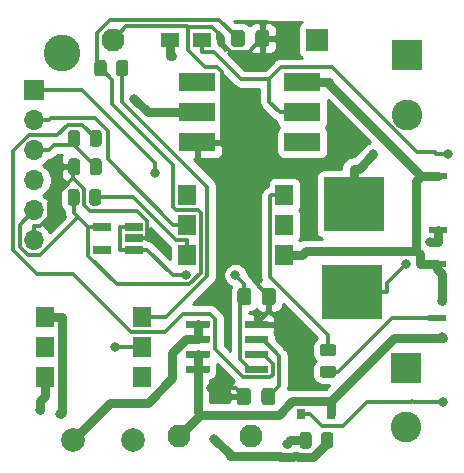
<source format=gbl>
G04 #@! TF.GenerationSoftware,KiCad,Pcbnew,5.1.7-a382d34a8~88~ubuntu18.04.1*
G04 #@! TF.CreationDate,2021-11-20T10:26:25+05:30*
G04 #@! TF.ProjectId,BackEnd_switch_Normal_v1,4261636b-456e-4645-9f73-77697463685f,rev?*
G04 #@! TF.SameCoordinates,Original*
G04 #@! TF.FileFunction,Copper,L2,Bot*
G04 #@! TF.FilePolarity,Positive*
%FSLAX46Y46*%
G04 Gerber Fmt 4.6, Leading zero omitted, Abs format (unit mm)*
G04 Created by KiCad (PCBNEW 5.1.7-a382d34a8~88~ubuntu18.04.1) date 2021-11-20 10:26:25*
%MOMM*%
%LPD*%
G01*
G04 APERTURE LIST*
G04 #@! TA.AperFunction,ComponentPad*
%ADD10C,3.100000*%
G04 #@! TD*
G04 #@! TA.AperFunction,ComponentPad*
%ADD11O,1.700000X1.700000*%
G04 #@! TD*
G04 #@! TA.AperFunction,ComponentPad*
%ADD12R,1.700000X1.700000*%
G04 #@! TD*
G04 #@! TA.AperFunction,ComponentPad*
%ADD13R,1.950000X1.950000*%
G04 #@! TD*
G04 #@! TA.AperFunction,ComponentPad*
%ADD14C,1.950000*%
G04 #@! TD*
G04 #@! TA.AperFunction,SMDPad,CuDef*
%ADD15R,1.520000X1.780000*%
G04 #@! TD*
G04 #@! TA.AperFunction,SMDPad,CuDef*
%ADD16R,1.500000X0.600000*%
G04 #@! TD*
G04 #@! TA.AperFunction,SMDPad,CuDef*
%ADD17R,5.100000X4.600000*%
G04 #@! TD*
G04 #@! TA.AperFunction,ComponentPad*
%ADD18R,2.600000X2.600000*%
G04 #@! TD*
G04 #@! TA.AperFunction,ComponentPad*
%ADD19C,2.600000*%
G04 #@! TD*
G04 #@! TA.AperFunction,ComponentPad*
%ADD20C,2.000000*%
G04 #@! TD*
G04 #@! TA.AperFunction,SMDPad,CuDef*
%ADD21R,0.800000X0.900000*%
G04 #@! TD*
G04 #@! TA.AperFunction,SMDPad,CuDef*
%ADD22R,1.500000X1.300000*%
G04 #@! TD*
G04 #@! TA.AperFunction,SMDPad,CuDef*
%ADD23R,3.100000X1.600000*%
G04 #@! TD*
G04 #@! TA.AperFunction,SMDPad,CuDef*
%ADD24R,1.560000X0.650000*%
G04 #@! TD*
G04 #@! TA.AperFunction,ViaPad*
%ADD25C,0.800000*%
G04 #@! TD*
G04 #@! TA.AperFunction,Conductor*
%ADD26C,0.350000*%
G04 #@! TD*
G04 #@! TA.AperFunction,Conductor*
%ADD27C,0.800000*%
G04 #@! TD*
G04 #@! TA.AperFunction,Conductor*
%ADD28C,0.254000*%
G04 #@! TD*
G04 #@! TA.AperFunction,Conductor*
%ADD29C,0.100000*%
G04 #@! TD*
G04 APERTURE END LIST*
D10*
X117409000Y-100808000D03*
G04 #@! TA.AperFunction,SMDPad,CuDef*
G36*
G01*
X132846000Y-127829000D02*
X132846000Y-127313000D01*
G75*
G02*
X132888000Y-127271000I42000J0D01*
G01*
X134774000Y-127271000D01*
G75*
G02*
X134816000Y-127313000I0J-42000D01*
G01*
X134816000Y-127829000D01*
G75*
G02*
X134774000Y-127871000I-42000J0D01*
G01*
X132888000Y-127871000D01*
G75*
G02*
X132846000Y-127829000I0J42000D01*
G01*
G37*
G04 #@! TD.AperFunction*
G04 #@! TA.AperFunction,SMDPad,CuDef*
G36*
G01*
X132846000Y-126559000D02*
X132846000Y-126043000D01*
G75*
G02*
X132888000Y-126001000I42000J0D01*
G01*
X134774000Y-126001000D01*
G75*
G02*
X134816000Y-126043000I0J-42000D01*
G01*
X134816000Y-126559000D01*
G75*
G02*
X134774000Y-126601000I-42000J0D01*
G01*
X132888000Y-126601000D01*
G75*
G02*
X132846000Y-126559000I0J42000D01*
G01*
G37*
G04 #@! TD.AperFunction*
G04 #@! TA.AperFunction,SMDPad,CuDef*
G36*
G01*
X132846000Y-125289000D02*
X132846000Y-124773000D01*
G75*
G02*
X132888000Y-124731000I42000J0D01*
G01*
X134774000Y-124731000D01*
G75*
G02*
X134816000Y-124773000I0J-42000D01*
G01*
X134816000Y-125289000D01*
G75*
G02*
X134774000Y-125331000I-42000J0D01*
G01*
X132888000Y-125331000D01*
G75*
G02*
X132846000Y-125289000I0J42000D01*
G01*
G37*
G04 #@! TD.AperFunction*
G04 #@! TA.AperFunction,SMDPad,CuDef*
G36*
G01*
X132846000Y-124019000D02*
X132846000Y-123503000D01*
G75*
G02*
X132888000Y-123461000I42000J0D01*
G01*
X134774000Y-123461000D01*
G75*
G02*
X134816000Y-123503000I0J-42000D01*
G01*
X134816000Y-124019000D01*
G75*
G02*
X134774000Y-124061000I-42000J0D01*
G01*
X132888000Y-124061000D01*
G75*
G02*
X132846000Y-124019000I0J42000D01*
G01*
G37*
G04 #@! TD.AperFunction*
G04 #@! TA.AperFunction,SMDPad,CuDef*
G36*
G01*
X127896000Y-124019000D02*
X127896000Y-123503000D01*
G75*
G02*
X127938000Y-123461000I42000J0D01*
G01*
X129824000Y-123461000D01*
G75*
G02*
X129866000Y-123503000I0J-42000D01*
G01*
X129866000Y-124019000D01*
G75*
G02*
X129824000Y-124061000I-42000J0D01*
G01*
X127938000Y-124061000D01*
G75*
G02*
X127896000Y-124019000I0J42000D01*
G01*
G37*
G04 #@! TD.AperFunction*
G04 #@! TA.AperFunction,SMDPad,CuDef*
G36*
G01*
X127896000Y-125289000D02*
X127896000Y-124773000D01*
G75*
G02*
X127938000Y-124731000I42000J0D01*
G01*
X129824000Y-124731000D01*
G75*
G02*
X129866000Y-124773000I0J-42000D01*
G01*
X129866000Y-125289000D01*
G75*
G02*
X129824000Y-125331000I-42000J0D01*
G01*
X127938000Y-125331000D01*
G75*
G02*
X127896000Y-125289000I0J42000D01*
G01*
G37*
G04 #@! TD.AperFunction*
G04 #@! TA.AperFunction,SMDPad,CuDef*
G36*
G01*
X127896000Y-126559000D02*
X127896000Y-126043000D01*
G75*
G02*
X127938000Y-126001000I42000J0D01*
G01*
X129824000Y-126001000D01*
G75*
G02*
X129866000Y-126043000I0J-42000D01*
G01*
X129866000Y-126559000D01*
G75*
G02*
X129824000Y-126601000I-42000J0D01*
G01*
X127938000Y-126601000D01*
G75*
G02*
X127896000Y-126559000I0J42000D01*
G01*
G37*
G04 #@! TD.AperFunction*
G04 #@! TA.AperFunction,SMDPad,CuDef*
G36*
G01*
X127896000Y-127829000D02*
X127896000Y-127313000D01*
G75*
G02*
X127938000Y-127271000I42000J0D01*
G01*
X129824000Y-127271000D01*
G75*
G02*
X129866000Y-127313000I0J-42000D01*
G01*
X129866000Y-127829000D01*
G75*
G02*
X129824000Y-127871000I-42000J0D01*
G01*
X127938000Y-127871000D01*
G75*
G02*
X127896000Y-127829000I0J42000D01*
G01*
G37*
G04 #@! TD.AperFunction*
G04 #@! TA.AperFunction,SMDPad,CuDef*
G36*
G01*
X132854000Y-99080300D02*
X132854000Y-100030300D01*
G75*
G02*
X132604000Y-100280300I-250000J0D01*
G01*
X131929000Y-100280300D01*
G75*
G02*
X131679000Y-100030300I0J250000D01*
G01*
X131679000Y-99080300D01*
G75*
G02*
X131929000Y-98830300I250000J0D01*
G01*
X132604000Y-98830300D01*
G75*
G02*
X132854000Y-99080300I0J-250000D01*
G01*
G37*
G04 #@! TD.AperFunction*
G04 #@! TA.AperFunction,SMDPad,CuDef*
G36*
G01*
X134929000Y-99080300D02*
X134929000Y-100030300D01*
G75*
G02*
X134679000Y-100280300I-250000J0D01*
G01*
X134004000Y-100280300D01*
G75*
G02*
X133754000Y-100030300I0J250000D01*
G01*
X133754000Y-99080300D01*
G75*
G02*
X134004000Y-98830300I250000J0D01*
G01*
X134679000Y-98830300D01*
G75*
G02*
X134929000Y-99080300I0J-250000D01*
G01*
G37*
G04 #@! TD.AperFunction*
G04 #@! TA.AperFunction,SMDPad,CuDef*
G36*
G01*
X134260000Y-130358000D02*
X134260000Y-129408000D01*
G75*
G02*
X134510000Y-129158000I250000J0D01*
G01*
X135185000Y-129158000D01*
G75*
G02*
X135435000Y-129408000I0J-250000D01*
G01*
X135435000Y-130358000D01*
G75*
G02*
X135185000Y-130608000I-250000J0D01*
G01*
X134510000Y-130608000D01*
G75*
G02*
X134260000Y-130358000I0J250000D01*
G01*
G37*
G04 #@! TD.AperFunction*
G04 #@! TA.AperFunction,SMDPad,CuDef*
G36*
G01*
X132185000Y-130358000D02*
X132185000Y-129408000D01*
G75*
G02*
X132435000Y-129158000I250000J0D01*
G01*
X133110000Y-129158000D01*
G75*
G02*
X133360000Y-129408000I0J-250000D01*
G01*
X133360000Y-130358000D01*
G75*
G02*
X133110000Y-130608000I-250000J0D01*
G01*
X132435000Y-130608000D01*
G75*
G02*
X132185000Y-130358000I0J250000D01*
G01*
G37*
G04 #@! TD.AperFunction*
G04 #@! TA.AperFunction,SMDPad,CuDef*
G36*
G01*
X134300000Y-121884000D02*
X134300000Y-120934000D01*
G75*
G02*
X134550000Y-120684000I250000J0D01*
G01*
X135225000Y-120684000D01*
G75*
G02*
X135475000Y-120934000I0J-250000D01*
G01*
X135475000Y-121884000D01*
G75*
G02*
X135225000Y-122134000I-250000J0D01*
G01*
X134550000Y-122134000D01*
G75*
G02*
X134300000Y-121884000I0J250000D01*
G01*
G37*
G04 #@! TD.AperFunction*
G04 #@! TA.AperFunction,SMDPad,CuDef*
G36*
G01*
X132225000Y-121884000D02*
X132225000Y-120934000D01*
G75*
G02*
X132475000Y-120684000I250000J0D01*
G01*
X133150000Y-120684000D01*
G75*
G02*
X133400000Y-120934000I0J-250000D01*
G01*
X133400000Y-121884000D01*
G75*
G02*
X133150000Y-122134000I-250000J0D01*
G01*
X132475000Y-122134000D01*
G75*
G02*
X132225000Y-121884000I0J250000D01*
G01*
G37*
G04 #@! TD.AperFunction*
D11*
X115024000Y-116642000D03*
X115024000Y-114102000D03*
X115024000Y-111562000D03*
X115024000Y-109022000D03*
X115024000Y-106482000D03*
D12*
X115024000Y-103942000D03*
D13*
X138971000Y-99667000D03*
D14*
X127287000Y-133195000D03*
X121699000Y-99667000D03*
X133383000Y-133195000D03*
D15*
X124168000Y-128260000D03*
X124168000Y-123180000D03*
X124168000Y-125720000D03*
X115918000Y-128260000D03*
X115918000Y-123180000D03*
X115918000Y-125720000D03*
X127952000Y-112812000D03*
X127952000Y-117892000D03*
X127952000Y-115352000D03*
X136202000Y-112812000D03*
X136202000Y-117892000D03*
X136202000Y-115352000D03*
G04 #@! TA.AperFunction,SMDPad,CuDef*
G36*
G01*
X139313000Y-134031001D02*
X139313000Y-133130999D01*
G75*
G02*
X139562999Y-132881000I249999J0D01*
G01*
X140088001Y-132881000D01*
G75*
G02*
X140338000Y-133130999I0J-249999D01*
G01*
X140338000Y-134031001D01*
G75*
G02*
X140088001Y-134281000I-249999J0D01*
G01*
X139562999Y-134281000D01*
G75*
G02*
X139313000Y-134031001I0J249999D01*
G01*
G37*
G04 #@! TD.AperFunction*
G04 #@! TA.AperFunction,SMDPad,CuDef*
G36*
G01*
X137488000Y-134031001D02*
X137488000Y-133130999D01*
G75*
G02*
X137737999Y-132881000I249999J0D01*
G01*
X138263001Y-132881000D01*
G75*
G02*
X138513000Y-133130999I0J-249999D01*
G01*
X138513000Y-134031001D01*
G75*
G02*
X138263001Y-134281000I-249999J0D01*
G01*
X137737999Y-134281000D01*
G75*
G02*
X137488000Y-134031001I0J249999D01*
G01*
G37*
G04 #@! TD.AperFunction*
G04 #@! TA.AperFunction,SMDPad,CuDef*
G36*
G01*
X118876000Y-112559999D02*
X118876000Y-113460001D01*
G75*
G02*
X118626001Y-113710000I-249999J0D01*
G01*
X118100999Y-113710000D01*
G75*
G02*
X117851000Y-113460001I0J249999D01*
G01*
X117851000Y-112559999D01*
G75*
G02*
X118100999Y-112310000I249999J0D01*
G01*
X118626001Y-112310000D01*
G75*
G02*
X118876000Y-112559999I0J-249999D01*
G01*
G37*
G04 #@! TD.AperFunction*
G04 #@! TA.AperFunction,SMDPad,CuDef*
G36*
G01*
X120701000Y-112559999D02*
X120701000Y-113460001D01*
G75*
G02*
X120451001Y-113710000I-249999J0D01*
G01*
X119925999Y-113710000D01*
G75*
G02*
X119676000Y-113460001I0J249999D01*
G01*
X119676000Y-112559999D01*
G75*
G02*
X119925999Y-112310000I249999J0D01*
G01*
X120451001Y-112310000D01*
G75*
G02*
X120701000Y-112559999I0J-249999D01*
G01*
G37*
G04 #@! TD.AperFunction*
G04 #@! TA.AperFunction,SMDPad,CuDef*
G36*
G01*
X140343001Y-126457000D02*
X139442999Y-126457000D01*
G75*
G02*
X139193000Y-126207001I0J249999D01*
G01*
X139193000Y-125681999D01*
G75*
G02*
X139442999Y-125432000I249999J0D01*
G01*
X140343001Y-125432000D01*
G75*
G02*
X140593000Y-125681999I0J-249999D01*
G01*
X140593000Y-126207001D01*
G75*
G02*
X140343001Y-126457000I-249999J0D01*
G01*
G37*
G04 #@! TD.AperFunction*
G04 #@! TA.AperFunction,SMDPad,CuDef*
G36*
G01*
X140343001Y-128282000D02*
X139442999Y-128282000D01*
G75*
G02*
X139193000Y-128032001I0J249999D01*
G01*
X139193000Y-127506999D01*
G75*
G02*
X139442999Y-127257000I249999J0D01*
G01*
X140343001Y-127257000D01*
G75*
G02*
X140593000Y-127506999I0J-249999D01*
G01*
X140593000Y-128032001D01*
G75*
G02*
X140343001Y-128282000I-249999J0D01*
G01*
G37*
G04 #@! TD.AperFunction*
G04 #@! TA.AperFunction,SMDPad,CuDef*
G36*
G01*
X121154000Y-101629999D02*
X121154000Y-102530001D01*
G75*
G02*
X120904001Y-102780000I-249999J0D01*
G01*
X120378999Y-102780000D01*
G75*
G02*
X120129000Y-102530001I0J249999D01*
G01*
X120129000Y-101629999D01*
G75*
G02*
X120378999Y-101380000I249999J0D01*
G01*
X120904001Y-101380000D01*
G75*
G02*
X121154000Y-101629999I0J-249999D01*
G01*
G37*
G04 #@! TD.AperFunction*
G04 #@! TA.AperFunction,SMDPad,CuDef*
G36*
G01*
X122979000Y-101629999D02*
X122979000Y-102530001D01*
G75*
G02*
X122729001Y-102780000I-249999J0D01*
G01*
X122203999Y-102780000D01*
G75*
G02*
X121954000Y-102530001I0J249999D01*
G01*
X121954000Y-101629999D01*
G75*
G02*
X122203999Y-101380000I249999J0D01*
G01*
X122729001Y-101380000D01*
G75*
G02*
X122979000Y-101629999I0J-249999D01*
G01*
G37*
G04 #@! TD.AperFunction*
D16*
X149120000Y-123255000D03*
X149120000Y-118685000D03*
D17*
X141960000Y-121035000D03*
D16*
X149219000Y-115798000D03*
X149219000Y-111228000D03*
D17*
X142059000Y-113578000D03*
G04 #@! TA.AperFunction,SMDPad,CuDef*
G36*
G01*
X119725000Y-110874001D02*
X119725000Y-109973999D01*
G75*
G02*
X119974999Y-109724000I249999J0D01*
G01*
X120500001Y-109724000D01*
G75*
G02*
X120750000Y-109973999I0J-249999D01*
G01*
X120750000Y-110874001D01*
G75*
G02*
X120500001Y-111124000I-249999J0D01*
G01*
X119974999Y-111124000D01*
G75*
G02*
X119725000Y-110874001I0J249999D01*
G01*
G37*
G04 #@! TD.AperFunction*
G04 #@! TA.AperFunction,SMDPad,CuDef*
G36*
G01*
X117900000Y-110874001D02*
X117900000Y-109973999D01*
G75*
G02*
X118149999Y-109724000I249999J0D01*
G01*
X118675001Y-109724000D01*
G75*
G02*
X118925000Y-109973999I0J-249999D01*
G01*
X118925000Y-110874001D01*
G75*
G02*
X118675001Y-111124000I-249999J0D01*
G01*
X118149999Y-111124000D01*
G75*
G02*
X117900000Y-110874001I0J249999D01*
G01*
G37*
G04 #@! TD.AperFunction*
D18*
X146583000Y-100922000D03*
D19*
X146583000Y-106002000D03*
D18*
X146497000Y-127460000D03*
D19*
X146497000Y-132460000D03*
G04 #@! TA.AperFunction,SMDPad,CuDef*
G36*
G01*
X119711000Y-108474001D02*
X119711000Y-107573999D01*
G75*
G02*
X119960999Y-107324000I249999J0D01*
G01*
X120486001Y-107324000D01*
G75*
G02*
X120736000Y-107573999I0J-249999D01*
G01*
X120736000Y-108474001D01*
G75*
G02*
X120486001Y-108724000I-249999J0D01*
G01*
X119960999Y-108724000D01*
G75*
G02*
X119711000Y-108474001I0J249999D01*
G01*
G37*
G04 #@! TD.AperFunction*
G04 #@! TA.AperFunction,SMDPad,CuDef*
G36*
G01*
X117886000Y-108474001D02*
X117886000Y-107573999D01*
G75*
G02*
X118135999Y-107324000I249999J0D01*
G01*
X118661001Y-107324000D01*
G75*
G02*
X118911000Y-107573999I0J-249999D01*
G01*
X118911000Y-108474001D01*
G75*
G02*
X118661001Y-108724000I-249999J0D01*
G01*
X118135999Y-108724000D01*
G75*
G02*
X117886000Y-108474001I0J249999D01*
G01*
G37*
G04 #@! TD.AperFunction*
D20*
X118316000Y-133530000D03*
X123396000Y-133520000D03*
D21*
X140178000Y-131392000D03*
X137638000Y-131392000D03*
D22*
X129196000Y-99669600D03*
X126496000Y-99669600D03*
D23*
X137724000Y-103287000D03*
X128834000Y-108367000D03*
X137724000Y-105827000D03*
X128834000Y-105827000D03*
X137724000Y-108367000D03*
X128834000Y-103287000D03*
D24*
X120738000Y-115534000D03*
X120738000Y-117434000D03*
X123438000Y-117434000D03*
X123438000Y-116484000D03*
X123438000Y-115534000D03*
D25*
X149560280Y-121754900D03*
X150091140Y-109352080D03*
X121899680Y-125658880D03*
X125229620Y-110987840D03*
X127862100Y-119591700D03*
X132059600Y-119591700D03*
X130022400Y-129195800D03*
X149659340Y-130350260D03*
X126693500Y-101019900D03*
X123486900Y-104649400D03*
X143717200Y-109357000D03*
X148497400Y-116798300D03*
X136403080Y-133898450D03*
X115511200Y-131041520D03*
X130228340Y-133431280D03*
X149567900Y-124863860D03*
X117243170Y-131375730D03*
X146494600Y-118638900D03*
D26*
X124593300Y-117434000D02*
X126751000Y-119591700D01*
X126751000Y-119591700D02*
X127862100Y-119591700D01*
X123438000Y-117434000D02*
X124593300Y-117434000D01*
X132059600Y-119591700D02*
X132812500Y-120344600D01*
X132812500Y-120344600D02*
X132812500Y-121409000D01*
X133831000Y-127571000D02*
X133277100Y-127571000D01*
X133277100Y-127571000D02*
X132426600Y-126720500D01*
X132426600Y-126720500D02*
X132426600Y-121794900D01*
X132426600Y-121794900D02*
X132812500Y-121409000D01*
X123438000Y-117434000D02*
X122282700Y-117434000D01*
X123438000Y-115534000D02*
X122282700Y-115534000D01*
X122282700Y-115534000D02*
X122282700Y-117434000D01*
X130895700Y-108367000D02*
X128834000Y-108367000D01*
X134887500Y-121409000D02*
X133776400Y-120297900D01*
X133776400Y-120297900D02*
X133776400Y-111247700D01*
X133776400Y-111247700D02*
X130895700Y-108367000D01*
X128046100Y-98610500D02*
X128046100Y-100516900D01*
X128046100Y-100516900D02*
X129497100Y-101967900D01*
X129497100Y-101967900D02*
X130484200Y-101967900D01*
X130484200Y-101967900D02*
X130895700Y-102379400D01*
X130895700Y-102379400D02*
X130895700Y-108367000D01*
X121699000Y-99667000D02*
X122825600Y-98540400D01*
X122825600Y-98540400D02*
X127976000Y-98540400D01*
X127976000Y-98540400D02*
X128046100Y-98610500D01*
X134341500Y-99555300D02*
X133189600Y-100707200D01*
X133189600Y-100707200D02*
X131691700Y-100707200D01*
X131691700Y-100707200D02*
X130587200Y-99602700D01*
X130587200Y-99602700D02*
X130587200Y-99101100D01*
X130587200Y-99101100D02*
X130096600Y-98610500D01*
X130096600Y-98610500D02*
X128046100Y-98610500D01*
X132772500Y-129883000D02*
X132085300Y-129195800D01*
X132085300Y-129195800D02*
X130022400Y-129195800D01*
X118345000Y-111394400D02*
X119276000Y-112325500D01*
X119276000Y-112325500D02*
X119276000Y-113700200D01*
X119276000Y-113700200D02*
X119710200Y-114134400D01*
X119710200Y-114134400D02*
X123719800Y-114134400D01*
X123719800Y-114134400D02*
X124593300Y-115007900D01*
X124593300Y-115007900D02*
X124593300Y-116484000D01*
X118412500Y-110424000D02*
X118344900Y-110491600D01*
X118344900Y-110491600D02*
X118344900Y-111394400D01*
X118344900Y-111394400D02*
X118345000Y-111394400D01*
X118345000Y-111394400D02*
X116249300Y-113490100D01*
X116249300Y-113490100D02*
X116249300Y-114651000D01*
X116249300Y-114651000D02*
X115483600Y-115416700D01*
X115483600Y-115416700D02*
X115024000Y-115416700D01*
X123438000Y-116484000D02*
X124593300Y-116484000D01*
X115024000Y-116642000D02*
X115024000Y-115416700D01*
X134887500Y-121409000D02*
X134887500Y-122704500D01*
X134887500Y-122704500D02*
X133831000Y-123761000D01*
X120641500Y-102080000D02*
X120341500Y-101780000D01*
X120341500Y-101780000D02*
X120341500Y-99087100D01*
X120341500Y-99087100D02*
X121443800Y-97984800D01*
X121443800Y-97984800D02*
X130696000Y-97984800D01*
X130696000Y-97984800D02*
X132266500Y-99555300D01*
X118730000Y-114681300D02*
X119582700Y-115534000D01*
X118730000Y-114681300D02*
X118363500Y-114314800D01*
X118363500Y-114314800D02*
X118363500Y-113010000D01*
X115024000Y-114102000D02*
X113796700Y-115329300D01*
X113796700Y-115329300D02*
X113796700Y-117214700D01*
X113796700Y-117214700D02*
X114470600Y-117888600D01*
X114470600Y-117888600D02*
X115522700Y-117888600D01*
X115522700Y-117888600D02*
X118730000Y-114681300D01*
X120738000Y-115534000D02*
X119582700Y-115534000D01*
X121645680Y-105115360D02*
X121645680Y-103084180D01*
X126816700Y-110286380D02*
X121645680Y-105115360D01*
X127040400Y-114082000D02*
X126816700Y-113858300D01*
X119582700Y-117960700D02*
X122008500Y-120386500D01*
X119582700Y-115534000D02*
X119582700Y-117960700D01*
X128862800Y-114082000D02*
X127040400Y-114082000D01*
X122008500Y-120386500D02*
X128163800Y-120386500D01*
X126816700Y-113858300D02*
X126816700Y-110286380D01*
X128163800Y-120386500D02*
X129108700Y-119441600D01*
X129108700Y-119441600D02*
X129108700Y-114327900D01*
X121645680Y-103084180D02*
X120641500Y-102080000D01*
X129108700Y-114327900D02*
X128862800Y-114082000D01*
X137724000Y-105827000D02*
X135798700Y-105827000D01*
X137638000Y-131392000D02*
X138413300Y-131392000D01*
X134893700Y-103032700D02*
X134893700Y-104922000D01*
X134893700Y-104922000D02*
X135798700Y-105827000D01*
X138413300Y-131392000D02*
X139362700Y-132341400D01*
X139362700Y-132341400D02*
X141205800Y-132341400D01*
X141205800Y-132341400D02*
X143208600Y-130338600D01*
X143208600Y-130338600D02*
X146904100Y-130338600D01*
X148926800Y-109209600D02*
X147421400Y-109209600D01*
X147421400Y-109209600D02*
X140205600Y-101993800D01*
X140205600Y-101993800D02*
X135932600Y-101993800D01*
X135932600Y-101993800D02*
X134893700Y-103032700D01*
X134893700Y-103032700D02*
X132559100Y-103032700D01*
X132559100Y-103032700D02*
X130221300Y-100694900D01*
X130221300Y-100694900D02*
X129196000Y-100694900D01*
X129196000Y-99669600D02*
X129196000Y-100694900D01*
X149069280Y-109352080D02*
X148926800Y-109209600D01*
X150091140Y-109352080D02*
X149069280Y-109352080D01*
X149659340Y-130350260D02*
X147165060Y-130350260D01*
X146904100Y-130338600D02*
X147028750Y-130213950D01*
X147165060Y-130350260D02*
X147028750Y-130213950D01*
D27*
X126496000Y-101019900D02*
X126693500Y-101019900D01*
X126496000Y-99669600D02*
X126496000Y-101019900D01*
X118316000Y-133530000D02*
X121424500Y-130421500D01*
X121424500Y-130421500D02*
X124654700Y-130421500D01*
X124654700Y-130421500D02*
X126730500Y-128345700D01*
X126730500Y-128345700D02*
X126730500Y-126191000D01*
X126730500Y-126191000D02*
X127890500Y-125031000D01*
X127890500Y-125031000D02*
X128881000Y-125031000D01*
X128881000Y-125031000D02*
X128881000Y-123761000D01*
X128834000Y-105827000D02*
X124664500Y-105827000D01*
X124664500Y-105827000D02*
X123486900Y-104649400D01*
D26*
X115024000Y-103942000D02*
X119077860Y-103942000D01*
X125229620Y-110093760D02*
X125229620Y-110987840D01*
X119077860Y-103942000D02*
X125229620Y-110093760D01*
X124106880Y-125658880D02*
X124168000Y-125720000D01*
X121899680Y-125658880D02*
X124106880Y-125658880D01*
D27*
X142059000Y-113578000D02*
X142059000Y-110577700D01*
X143717200Y-109357000D02*
X142496500Y-110577700D01*
X142496500Y-110577700D02*
X142059000Y-110577700D01*
X149219000Y-116798300D02*
X148497400Y-116798300D01*
X149219000Y-115798000D02*
X149219000Y-116798300D01*
X136720530Y-133581000D02*
X136403080Y-133898450D01*
X138000500Y-133581000D02*
X136720530Y-133581000D01*
D26*
X122466500Y-102080000D02*
X122466500Y-104899200D01*
X122466500Y-104899200D02*
X129668100Y-112100800D01*
X129668100Y-112100800D02*
X129668100Y-119684900D01*
X129668100Y-119684900D02*
X126173000Y-123180000D01*
X126173000Y-123180000D02*
X124168000Y-123180000D01*
D27*
X115918000Y-128260000D02*
X115918000Y-129850300D01*
X115511200Y-130257100D02*
X115918000Y-129850300D01*
X115511200Y-131041520D02*
X115511200Y-130257100D01*
X135824288Y-134947660D02*
X131559300Y-134947660D01*
X135875079Y-134998451D02*
X135824288Y-134947660D01*
X136981872Y-134947660D02*
X136931081Y-134998451D01*
X136931081Y-134998451D02*
X135875079Y-134998451D01*
X137311140Y-134947660D02*
X136981872Y-134947660D01*
X137344490Y-134981010D02*
X137311140Y-134947660D01*
X138696740Y-134947660D02*
X138689860Y-134947660D01*
X139825500Y-133818900D02*
X138696740Y-134947660D01*
X139825500Y-133581000D02*
X139825500Y-133818900D01*
X138656510Y-134981010D02*
X137344490Y-134981010D01*
X138689860Y-134947660D02*
X138656510Y-134981010D01*
X131559300Y-134762240D02*
X130228340Y-133431280D01*
X131559300Y-134947660D02*
X131559300Y-134762240D01*
X128881000Y-127571000D02*
X128881000Y-126301000D01*
X129067500Y-131414500D02*
X128881000Y-131228000D01*
X128881000Y-131228000D02*
X128881000Y-127571000D01*
X147362200Y-117538600D02*
X147669700Y-117846100D01*
X147669700Y-117846100D02*
X147669700Y-118685000D01*
X147768700Y-111228000D02*
X147362200Y-111634500D01*
X147362200Y-111634500D02*
X147362200Y-117538600D01*
X147362200Y-117538600D02*
X138015700Y-117538600D01*
X138015700Y-117538600D02*
X137662300Y-117892000D01*
X136202000Y-117892000D02*
X137662300Y-117892000D01*
X139974300Y-103287000D02*
X139974300Y-103433600D01*
X139974300Y-103433600D02*
X147768700Y-111228000D01*
X149120000Y-118685000D02*
X147669700Y-118685000D01*
X140122600Y-130241800D02*
X140122400Y-130241600D01*
X140122400Y-130241600D02*
X136887300Y-130241600D01*
X136887300Y-130241600D02*
X135714400Y-131414500D01*
X135714400Y-131414500D02*
X129067500Y-131414500D01*
X129067500Y-131414500D02*
X127287000Y-133195000D01*
X140178000Y-131392000D02*
X140122600Y-131336600D01*
X140122600Y-131336600D02*
X140122600Y-130241800D01*
X137724000Y-103287000D02*
X139974300Y-103287000D01*
X149219000Y-111228000D02*
X147768700Y-111228000D01*
X149560280Y-119514620D02*
X149120000Y-119074340D01*
X149560280Y-121754900D02*
X149560280Y-119514620D01*
X149120000Y-118685000D02*
X149120000Y-119074340D01*
X145472800Y-124891600D02*
X149593600Y-124891600D01*
X140122600Y-130241800D02*
X145472800Y-124891600D01*
X117378300Y-123180000D02*
X117378300Y-131240600D01*
X117378300Y-131240600D02*
X117243170Y-131375730D01*
X115918000Y-123180000D02*
X117378300Y-123180000D01*
D26*
X118398500Y-108585000D02*
X120237500Y-110424000D01*
X118398500Y-108024000D02*
X118398500Y-108585000D01*
X118398500Y-108585000D02*
X116686300Y-108585000D01*
X116686300Y-108585000D02*
X116249300Y-109022000D01*
X115024000Y-109022000D02*
X116249300Y-109022000D01*
X120223500Y-108024000D02*
X119094200Y-106894700D01*
X119094200Y-106894700D02*
X117847200Y-106894700D01*
X117847200Y-106894700D02*
X116989900Y-107752000D01*
X116989900Y-107752000D02*
X114559900Y-107752000D01*
X114559900Y-107752000D02*
X113239500Y-109072400D01*
X113239500Y-109072400D02*
X113239500Y-117503700D01*
X113239500Y-117503700D02*
X115260100Y-119524300D01*
X115260100Y-119524300D02*
X118331500Y-119524300D01*
X118331500Y-119524300D02*
X123252500Y-124445300D01*
X123252500Y-124445300D02*
X126057400Y-124445300D01*
X126057400Y-124445300D02*
X127631100Y-122871600D01*
X127631100Y-122871600D02*
X129928800Y-122871600D01*
X129928800Y-122871600D02*
X130341600Y-123284400D01*
X130341600Y-123284400D02*
X130341600Y-125872800D01*
X130341600Y-125872800D02*
X132718500Y-128249700D01*
X132718500Y-128249700D02*
X134968300Y-128249700D01*
X134968300Y-128249700D02*
X135205000Y-128013000D01*
X135205000Y-128013000D02*
X135205000Y-127090300D01*
X135205000Y-127090300D02*
X134415700Y-126301000D01*
X134415700Y-126301000D02*
X133831000Y-126301000D01*
X115024000Y-106482000D02*
X116249300Y-106482000D01*
X127952000Y-115352000D02*
X126816700Y-115352000D01*
X126816700Y-115352000D02*
X121258000Y-109793300D01*
X121258000Y-109793300D02*
X121258000Y-107419000D01*
X121258000Y-107419000D02*
X120129900Y-106290900D01*
X120129900Y-106290900D02*
X116440400Y-106290900D01*
X116440400Y-106290900D02*
X116249300Y-106482000D01*
X141960000Y-121035000D02*
X144885300Y-121035000D01*
X146494600Y-118638900D02*
X144885300Y-120248200D01*
X144885300Y-120248200D02*
X144885300Y-121035000D01*
X149120000Y-123255000D02*
X145290500Y-123255000D01*
X145290500Y-123255000D02*
X140776000Y-127769500D01*
X140776000Y-127769500D02*
X139893000Y-127769500D01*
X136202000Y-112812000D02*
X135066700Y-112812000D01*
X139893000Y-125944500D02*
X139893000Y-124650300D01*
X139893000Y-124650300D02*
X134966600Y-119723900D01*
X134966600Y-119723900D02*
X134966600Y-112912100D01*
X134966600Y-112912100D02*
X135066700Y-112812000D01*
X127952000Y-117892000D02*
X127952000Y-116626700D01*
X120188500Y-113010000D02*
X123376900Y-113010000D01*
X123376900Y-113010000D02*
X126993600Y-116626700D01*
X126993600Y-116626700D02*
X127952000Y-116626700D01*
X134847500Y-129883000D02*
X135755400Y-128975100D01*
X135755400Y-128975100D02*
X135755400Y-126413300D01*
X135755400Y-126413300D02*
X134373100Y-125031000D01*
X134373100Y-125031000D02*
X133831000Y-125031000D01*
D28*
X131908865Y-128585578D02*
X131830506Y-128627463D01*
X131733815Y-128706815D01*
X131654463Y-128803506D01*
X131595498Y-128913820D01*
X131559188Y-129033518D01*
X131546928Y-129158000D01*
X131550000Y-129597250D01*
X131708750Y-129756000D01*
X132645500Y-129756000D01*
X132645500Y-129736000D01*
X132899500Y-129736000D01*
X132899500Y-129756000D01*
X132919500Y-129756000D01*
X132919500Y-130010000D01*
X132899500Y-130010000D01*
X132899500Y-130030000D01*
X132645500Y-130030000D01*
X132645500Y-130010000D01*
X131708750Y-130010000D01*
X131550000Y-130168750D01*
X131548526Y-130379500D01*
X129916000Y-130379500D01*
X129916000Y-128500011D01*
X129956675Y-128496005D01*
X130084252Y-128457305D01*
X130201828Y-128394459D01*
X130304884Y-128309884D01*
X130389459Y-128206828D01*
X130452305Y-128089252D01*
X130491005Y-127961675D01*
X130504072Y-127829000D01*
X130504072Y-127313000D01*
X130491005Y-127180325D01*
X130485515Y-127162227D01*
X131908865Y-128585578D01*
G04 #@! TA.AperFunction,Conductor*
D29*
G36*
X131908865Y-128585578D02*
G01*
X131830506Y-128627463D01*
X131733815Y-128706815D01*
X131654463Y-128803506D01*
X131595498Y-128913820D01*
X131559188Y-129033518D01*
X131546928Y-129158000D01*
X131550000Y-129597250D01*
X131708750Y-129756000D01*
X132645500Y-129756000D01*
X132645500Y-129736000D01*
X132899500Y-129736000D01*
X132899500Y-129756000D01*
X132919500Y-129756000D01*
X132919500Y-130010000D01*
X132899500Y-130010000D01*
X132899500Y-130030000D01*
X132645500Y-130030000D01*
X132645500Y-130010000D01*
X131708750Y-130010000D01*
X131550000Y-130168750D01*
X131548526Y-130379500D01*
X129916000Y-130379500D01*
X129916000Y-128500011D01*
X129956675Y-128496005D01*
X130084252Y-128457305D01*
X130201828Y-128394459D01*
X130304884Y-128309884D01*
X130389459Y-128206828D01*
X130452305Y-128089252D01*
X130491005Y-127961675D01*
X130504072Y-127829000D01*
X130504072Y-127313000D01*
X130491005Y-127180325D01*
X130485515Y-127162227D01*
X131908865Y-128585578D01*
G37*
G04 #@! TD.AperFunction*
D28*
X135014500Y-121282000D02*
X135034500Y-121282000D01*
X135034500Y-121536000D01*
X135014500Y-121536000D01*
X135014500Y-122610250D01*
X135173250Y-122769000D01*
X135475000Y-122772072D01*
X135599482Y-122759812D01*
X135719180Y-122723502D01*
X135829494Y-122664537D01*
X135926185Y-122585185D01*
X136005537Y-122488494D01*
X136064502Y-122378180D01*
X136100812Y-122258482D01*
X136113072Y-122134000D01*
X136112240Y-122015052D01*
X139009025Y-124911838D01*
X138949613Y-124943595D01*
X138815038Y-125054038D01*
X138704595Y-125188613D01*
X138622528Y-125342149D01*
X138571992Y-125508745D01*
X138554928Y-125681999D01*
X138554928Y-126207001D01*
X138571992Y-126380255D01*
X138622528Y-126546851D01*
X138704595Y-126700387D01*
X138815038Y-126834962D01*
X138841891Y-126857000D01*
X138815038Y-126879038D01*
X138704595Y-127013613D01*
X138622528Y-127167149D01*
X138571992Y-127333745D01*
X138554928Y-127506999D01*
X138554928Y-128032001D01*
X138571992Y-128205255D01*
X138622528Y-128371851D01*
X138704595Y-128525387D01*
X138815038Y-128659962D01*
X138949613Y-128770405D01*
X139103149Y-128852472D01*
X139269745Y-128903008D01*
X139442999Y-128920072D01*
X139980618Y-128920072D01*
X139694090Y-129206600D01*
X136938127Y-129206600D01*
X136887299Y-129201594D01*
X136836471Y-129206600D01*
X136836462Y-129206600D01*
X136684405Y-129221576D01*
X136511135Y-129274137D01*
X136553680Y-129133888D01*
X136565400Y-129014891D01*
X136565400Y-129014889D01*
X136569319Y-128975101D01*
X136565400Y-128935313D01*
X136565400Y-126453087D01*
X136569319Y-126413299D01*
X136560621Y-126324989D01*
X136553680Y-126254512D01*
X136507363Y-126101827D01*
X136432149Y-125961111D01*
X136330928Y-125837772D01*
X136300018Y-125812405D01*
X135454072Y-124966460D01*
X135454072Y-124773000D01*
X135441005Y-124640325D01*
X135402305Y-124512748D01*
X135348429Y-124411954D01*
X135405502Y-124305180D01*
X135441812Y-124185482D01*
X135454072Y-124061000D01*
X135451000Y-124046750D01*
X135292250Y-123888000D01*
X133958000Y-123888000D01*
X133958000Y-123908000D01*
X133704000Y-123908000D01*
X133704000Y-123888000D01*
X133684000Y-123888000D01*
X133684000Y-123634000D01*
X133704000Y-123634000D01*
X133704000Y-122984750D01*
X133958000Y-122984750D01*
X133958000Y-123634000D01*
X135292250Y-123634000D01*
X135451000Y-123475250D01*
X135454072Y-123461000D01*
X135441812Y-123336518D01*
X135405502Y-123216820D01*
X135346537Y-123106506D01*
X135267185Y-123009815D01*
X135170494Y-122930463D01*
X135060180Y-122871498D01*
X134940482Y-122835188D01*
X134816000Y-122822928D01*
X134116750Y-122826000D01*
X133958000Y-122984750D01*
X133704000Y-122984750D01*
X133545250Y-122826000D01*
X133236600Y-122824644D01*
X133236600Y-122763543D01*
X133323254Y-122755008D01*
X133489850Y-122704472D01*
X133643386Y-122622405D01*
X133777962Y-122511962D01*
X133783342Y-122505406D01*
X133848815Y-122585185D01*
X133945506Y-122664537D01*
X134055820Y-122723502D01*
X134175518Y-122759812D01*
X134300000Y-122772072D01*
X134601750Y-122769000D01*
X134760500Y-122610250D01*
X134760500Y-121536000D01*
X134740500Y-121536000D01*
X134740500Y-121282000D01*
X134760500Y-121282000D01*
X134760500Y-121262000D01*
X135014500Y-121262000D01*
X135014500Y-121282000D01*
G04 #@! TA.AperFunction,Conductor*
D29*
G36*
X135014500Y-121282000D02*
G01*
X135034500Y-121282000D01*
X135034500Y-121536000D01*
X135014500Y-121536000D01*
X135014500Y-122610250D01*
X135173250Y-122769000D01*
X135475000Y-122772072D01*
X135599482Y-122759812D01*
X135719180Y-122723502D01*
X135829494Y-122664537D01*
X135926185Y-122585185D01*
X136005537Y-122488494D01*
X136064502Y-122378180D01*
X136100812Y-122258482D01*
X136113072Y-122134000D01*
X136112240Y-122015052D01*
X139009025Y-124911838D01*
X138949613Y-124943595D01*
X138815038Y-125054038D01*
X138704595Y-125188613D01*
X138622528Y-125342149D01*
X138571992Y-125508745D01*
X138554928Y-125681999D01*
X138554928Y-126207001D01*
X138571992Y-126380255D01*
X138622528Y-126546851D01*
X138704595Y-126700387D01*
X138815038Y-126834962D01*
X138841891Y-126857000D01*
X138815038Y-126879038D01*
X138704595Y-127013613D01*
X138622528Y-127167149D01*
X138571992Y-127333745D01*
X138554928Y-127506999D01*
X138554928Y-128032001D01*
X138571992Y-128205255D01*
X138622528Y-128371851D01*
X138704595Y-128525387D01*
X138815038Y-128659962D01*
X138949613Y-128770405D01*
X139103149Y-128852472D01*
X139269745Y-128903008D01*
X139442999Y-128920072D01*
X139980618Y-128920072D01*
X139694090Y-129206600D01*
X136938127Y-129206600D01*
X136887299Y-129201594D01*
X136836471Y-129206600D01*
X136836462Y-129206600D01*
X136684405Y-129221576D01*
X136511135Y-129274137D01*
X136553680Y-129133888D01*
X136565400Y-129014891D01*
X136565400Y-129014889D01*
X136569319Y-128975101D01*
X136565400Y-128935313D01*
X136565400Y-126453087D01*
X136569319Y-126413299D01*
X136560621Y-126324989D01*
X136553680Y-126254512D01*
X136507363Y-126101827D01*
X136432149Y-125961111D01*
X136330928Y-125837772D01*
X136300018Y-125812405D01*
X135454072Y-124966460D01*
X135454072Y-124773000D01*
X135441005Y-124640325D01*
X135402305Y-124512748D01*
X135348429Y-124411954D01*
X135405502Y-124305180D01*
X135441812Y-124185482D01*
X135454072Y-124061000D01*
X135451000Y-124046750D01*
X135292250Y-123888000D01*
X133958000Y-123888000D01*
X133958000Y-123908000D01*
X133704000Y-123908000D01*
X133704000Y-123888000D01*
X133684000Y-123888000D01*
X133684000Y-123634000D01*
X133704000Y-123634000D01*
X133704000Y-122984750D01*
X133958000Y-122984750D01*
X133958000Y-123634000D01*
X135292250Y-123634000D01*
X135451000Y-123475250D01*
X135454072Y-123461000D01*
X135441812Y-123336518D01*
X135405502Y-123216820D01*
X135346537Y-123106506D01*
X135267185Y-123009815D01*
X135170494Y-122930463D01*
X135060180Y-122871498D01*
X134940482Y-122835188D01*
X134816000Y-122822928D01*
X134116750Y-122826000D01*
X133958000Y-122984750D01*
X133704000Y-122984750D01*
X133545250Y-122826000D01*
X133236600Y-122824644D01*
X133236600Y-122763543D01*
X133323254Y-122755008D01*
X133489850Y-122704472D01*
X133643386Y-122622405D01*
X133777962Y-122511962D01*
X133783342Y-122505406D01*
X133848815Y-122585185D01*
X133945506Y-122664537D01*
X134055820Y-122723502D01*
X134175518Y-122759812D01*
X134300000Y-122772072D01*
X134601750Y-122769000D01*
X134760500Y-122610250D01*
X134760500Y-121536000D01*
X134740500Y-121536000D01*
X134740500Y-121282000D01*
X134760500Y-121282000D01*
X134760500Y-121262000D01*
X135014500Y-121262000D01*
X135014500Y-121282000D01*
G37*
G04 #@! TD.AperFunction*
D28*
X131958205Y-103577318D02*
X131983572Y-103608228D01*
X132106911Y-103709449D01*
X132247627Y-103784663D01*
X132400312Y-103830980D01*
X132519309Y-103842700D01*
X132519311Y-103842700D01*
X132559099Y-103846619D01*
X132598887Y-103842700D01*
X134083700Y-103842700D01*
X134083701Y-104882202D01*
X134079781Y-104922000D01*
X134092132Y-105047393D01*
X134095421Y-105080788D01*
X134110681Y-105131092D01*
X134141738Y-105233473D01*
X134216951Y-105374189D01*
X134268976Y-105437581D01*
X134318173Y-105497528D01*
X134349083Y-105522895D01*
X135197805Y-106371618D01*
X135223172Y-106402528D01*
X135271892Y-106442511D01*
X135346510Y-106503749D01*
X135421724Y-106543951D01*
X135487227Y-106578963D01*
X135535928Y-106593736D01*
X135535928Y-106627000D01*
X135548188Y-106751482D01*
X135584498Y-106871180D01*
X135643463Y-106981494D01*
X135722815Y-107078185D01*
X135745741Y-107097000D01*
X135722815Y-107115815D01*
X135643463Y-107212506D01*
X135584498Y-107322820D01*
X135548188Y-107442518D01*
X135535928Y-107567000D01*
X135535928Y-109167000D01*
X135548188Y-109291482D01*
X135584498Y-109411180D01*
X135643463Y-109521494D01*
X135722815Y-109618185D01*
X135819506Y-109697537D01*
X135929820Y-109756502D01*
X136049518Y-109792812D01*
X136174000Y-109805072D01*
X139274000Y-109805072D01*
X139398482Y-109792812D01*
X139518180Y-109756502D01*
X139628494Y-109697537D01*
X139725185Y-109618185D01*
X139804537Y-109521494D01*
X139863502Y-109411180D01*
X139899812Y-109291482D01*
X139912072Y-109167000D01*
X139912072Y-107567000D01*
X139899812Y-107442518D01*
X139863502Y-107322820D01*
X139804537Y-107212506D01*
X139725185Y-107115815D01*
X139702259Y-107097000D01*
X139725185Y-107078185D01*
X139804537Y-106981494D01*
X139863502Y-106871180D01*
X139899812Y-106751482D01*
X139912072Y-106627000D01*
X139912072Y-105027000D01*
X139899812Y-104902518D01*
X139865110Y-104788120D01*
X143434871Y-108357882D01*
X143415302Y-108361774D01*
X143368081Y-108381334D01*
X143319206Y-108396160D01*
X143274161Y-108420237D01*
X143226944Y-108439795D01*
X143184451Y-108468188D01*
X143139402Y-108492267D01*
X143099916Y-108524672D01*
X143057426Y-108553063D01*
X143021292Y-108589197D01*
X142071560Y-109538930D01*
X142059000Y-109537693D01*
X142008162Y-109542700D01*
X141856105Y-109557676D01*
X141661007Y-109616859D01*
X141481203Y-109712966D01*
X141323604Y-109842304D01*
X141194266Y-109999903D01*
X141098159Y-110179707D01*
X141038976Y-110374805D01*
X141018993Y-110577700D01*
X141024001Y-110628548D01*
X141024001Y-110639928D01*
X139509000Y-110639928D01*
X139384518Y-110652188D01*
X139264820Y-110688498D01*
X139154506Y-110747463D01*
X139057815Y-110826815D01*
X138978463Y-110923506D01*
X138919498Y-111033820D01*
X138883188Y-111153518D01*
X138870928Y-111278000D01*
X138870928Y-115878000D01*
X138883188Y-116002482D01*
X138919498Y-116122180D01*
X138978463Y-116232494D01*
X139057815Y-116329185D01*
X139154506Y-116408537D01*
X139264820Y-116467502D01*
X139383819Y-116503600D01*
X138066527Y-116503600D01*
X138015699Y-116498594D01*
X137964871Y-116503600D01*
X137964862Y-116503600D01*
X137812805Y-116518576D01*
X137617707Y-116577759D01*
X137490916Y-116645530D01*
X137471605Y-116622000D01*
X137492537Y-116596494D01*
X137551502Y-116486180D01*
X137587812Y-116366482D01*
X137600072Y-116242000D01*
X137600072Y-114462000D01*
X137587812Y-114337518D01*
X137551502Y-114217820D01*
X137492537Y-114107506D01*
X137471605Y-114082000D01*
X137492537Y-114056494D01*
X137551502Y-113946180D01*
X137587812Y-113826482D01*
X137600072Y-113702000D01*
X137600072Y-111922000D01*
X137587812Y-111797518D01*
X137551502Y-111677820D01*
X137492537Y-111567506D01*
X137413185Y-111470815D01*
X137316494Y-111391463D01*
X137206180Y-111332498D01*
X137086482Y-111296188D01*
X136962000Y-111283928D01*
X135442000Y-111283928D01*
X135317518Y-111296188D01*
X135197820Y-111332498D01*
X135087506Y-111391463D01*
X134990815Y-111470815D01*
X134911463Y-111567506D01*
X134852498Y-111677820D01*
X134816188Y-111797518D01*
X134803928Y-111922000D01*
X134803928Y-112045264D01*
X134755227Y-112060037D01*
X134614511Y-112135251D01*
X134491172Y-112236472D01*
X134465800Y-112267388D01*
X134421983Y-112311205D01*
X134391073Y-112336572D01*
X134365708Y-112367480D01*
X134289851Y-112459911D01*
X134236354Y-112559999D01*
X134214638Y-112600627D01*
X134191675Y-112676327D01*
X134168321Y-112753313D01*
X134152681Y-112912100D01*
X134156601Y-112951898D01*
X134156600Y-119684112D01*
X134152681Y-119723900D01*
X134156600Y-119763688D01*
X134156600Y-119763690D01*
X134168320Y-119882687D01*
X134214637Y-120035372D01*
X134224266Y-120053387D01*
X134175518Y-120058188D01*
X134055820Y-120094498D01*
X133945506Y-120153463D01*
X133848815Y-120232815D01*
X133783342Y-120312594D01*
X133777962Y-120306038D01*
X133643386Y-120195595D01*
X133608012Y-120176687D01*
X133564463Y-120033127D01*
X133489249Y-119892411D01*
X133388028Y-119769072D01*
X133357119Y-119743706D01*
X133092471Y-119479059D01*
X133054826Y-119289802D01*
X132976805Y-119101444D01*
X132863537Y-118931926D01*
X132719374Y-118787763D01*
X132549856Y-118674495D01*
X132361498Y-118596474D01*
X132161539Y-118556700D01*
X131957661Y-118556700D01*
X131757702Y-118596474D01*
X131569344Y-118674495D01*
X131399826Y-118787763D01*
X131255663Y-118931926D01*
X131142395Y-119101444D01*
X131064374Y-119289802D01*
X131024600Y-119489761D01*
X131024600Y-119693639D01*
X131064374Y-119893598D01*
X131142395Y-120081956D01*
X131255663Y-120251474D01*
X131399826Y-120395637D01*
X131569344Y-120508905D01*
X131676392Y-120553246D01*
X131654528Y-120594150D01*
X131603992Y-120760746D01*
X131586928Y-120934000D01*
X131586928Y-121884000D01*
X131603992Y-122057254D01*
X131616601Y-122098820D01*
X131616600Y-126002288D01*
X131151600Y-125537288D01*
X131151600Y-123324187D01*
X131155519Y-123284399D01*
X131145539Y-123183073D01*
X131139880Y-123125612D01*
X131093563Y-122972927D01*
X131018349Y-122832211D01*
X130917128Y-122708872D01*
X130886214Y-122683502D01*
X130529700Y-122326988D01*
X130504328Y-122296072D01*
X130380989Y-122194851D01*
X130240273Y-122119637D01*
X130087588Y-122073320D01*
X129968591Y-122061600D01*
X129968588Y-122061600D01*
X129928800Y-122057681D01*
X129889012Y-122061600D01*
X128436912Y-122061600D01*
X130212718Y-120285795D01*
X130243628Y-120260428D01*
X130304863Y-120185813D01*
X130344849Y-120137090D01*
X130399217Y-120035373D01*
X130420063Y-119996373D01*
X130466380Y-119843688D01*
X130478100Y-119724691D01*
X130478100Y-119724688D01*
X130482019Y-119684900D01*
X130478100Y-119645112D01*
X130478100Y-112140587D01*
X130482019Y-112100799D01*
X130478004Y-112060037D01*
X130466380Y-111942012D01*
X130420063Y-111789327D01*
X130344849Y-111648611D01*
X130243628Y-111525272D01*
X130212719Y-111499906D01*
X128514894Y-109802081D01*
X128548250Y-109802000D01*
X128707000Y-109643250D01*
X128707000Y-108494000D01*
X128961000Y-108494000D01*
X128961000Y-109643250D01*
X129119750Y-109802000D01*
X130384000Y-109805072D01*
X130508482Y-109792812D01*
X130628180Y-109756502D01*
X130738494Y-109697537D01*
X130835185Y-109618185D01*
X130914537Y-109521494D01*
X130973502Y-109411180D01*
X131009812Y-109291482D01*
X131022072Y-109167000D01*
X131019000Y-108652750D01*
X130860250Y-108494000D01*
X128961000Y-108494000D01*
X128707000Y-108494000D01*
X128687000Y-108494000D01*
X128687000Y-108240000D01*
X128707000Y-108240000D01*
X128707000Y-108220000D01*
X128961000Y-108220000D01*
X128961000Y-108240000D01*
X130860250Y-108240000D01*
X131019000Y-108081250D01*
X131022072Y-107567000D01*
X131009812Y-107442518D01*
X130973502Y-107322820D01*
X130914537Y-107212506D01*
X130835185Y-107115815D01*
X130812259Y-107097000D01*
X130835185Y-107078185D01*
X130914537Y-106981494D01*
X130973502Y-106871180D01*
X131009812Y-106751482D01*
X131022072Y-106627000D01*
X131022072Y-105027000D01*
X131009812Y-104902518D01*
X130973502Y-104782820D01*
X130914537Y-104672506D01*
X130835185Y-104575815D01*
X130812259Y-104557000D01*
X130835185Y-104538185D01*
X130914537Y-104441494D01*
X130973502Y-104331180D01*
X131009812Y-104211482D01*
X131022072Y-104087000D01*
X131022072Y-102641185D01*
X131958205Y-103577318D01*
G04 #@! TA.AperFunction,Conductor*
D29*
G36*
X131958205Y-103577318D02*
G01*
X131983572Y-103608228D01*
X132106911Y-103709449D01*
X132247627Y-103784663D01*
X132400312Y-103830980D01*
X132519309Y-103842700D01*
X132519311Y-103842700D01*
X132559099Y-103846619D01*
X132598887Y-103842700D01*
X134083700Y-103842700D01*
X134083701Y-104882202D01*
X134079781Y-104922000D01*
X134092132Y-105047393D01*
X134095421Y-105080788D01*
X134110681Y-105131092D01*
X134141738Y-105233473D01*
X134216951Y-105374189D01*
X134268976Y-105437581D01*
X134318173Y-105497528D01*
X134349083Y-105522895D01*
X135197805Y-106371618D01*
X135223172Y-106402528D01*
X135271892Y-106442511D01*
X135346510Y-106503749D01*
X135421724Y-106543951D01*
X135487227Y-106578963D01*
X135535928Y-106593736D01*
X135535928Y-106627000D01*
X135548188Y-106751482D01*
X135584498Y-106871180D01*
X135643463Y-106981494D01*
X135722815Y-107078185D01*
X135745741Y-107097000D01*
X135722815Y-107115815D01*
X135643463Y-107212506D01*
X135584498Y-107322820D01*
X135548188Y-107442518D01*
X135535928Y-107567000D01*
X135535928Y-109167000D01*
X135548188Y-109291482D01*
X135584498Y-109411180D01*
X135643463Y-109521494D01*
X135722815Y-109618185D01*
X135819506Y-109697537D01*
X135929820Y-109756502D01*
X136049518Y-109792812D01*
X136174000Y-109805072D01*
X139274000Y-109805072D01*
X139398482Y-109792812D01*
X139518180Y-109756502D01*
X139628494Y-109697537D01*
X139725185Y-109618185D01*
X139804537Y-109521494D01*
X139863502Y-109411180D01*
X139899812Y-109291482D01*
X139912072Y-109167000D01*
X139912072Y-107567000D01*
X139899812Y-107442518D01*
X139863502Y-107322820D01*
X139804537Y-107212506D01*
X139725185Y-107115815D01*
X139702259Y-107097000D01*
X139725185Y-107078185D01*
X139804537Y-106981494D01*
X139863502Y-106871180D01*
X139899812Y-106751482D01*
X139912072Y-106627000D01*
X139912072Y-105027000D01*
X139899812Y-104902518D01*
X139865110Y-104788120D01*
X143434871Y-108357882D01*
X143415302Y-108361774D01*
X143368081Y-108381334D01*
X143319206Y-108396160D01*
X143274161Y-108420237D01*
X143226944Y-108439795D01*
X143184451Y-108468188D01*
X143139402Y-108492267D01*
X143099916Y-108524672D01*
X143057426Y-108553063D01*
X143021292Y-108589197D01*
X142071560Y-109538930D01*
X142059000Y-109537693D01*
X142008162Y-109542700D01*
X141856105Y-109557676D01*
X141661007Y-109616859D01*
X141481203Y-109712966D01*
X141323604Y-109842304D01*
X141194266Y-109999903D01*
X141098159Y-110179707D01*
X141038976Y-110374805D01*
X141018993Y-110577700D01*
X141024001Y-110628548D01*
X141024001Y-110639928D01*
X139509000Y-110639928D01*
X139384518Y-110652188D01*
X139264820Y-110688498D01*
X139154506Y-110747463D01*
X139057815Y-110826815D01*
X138978463Y-110923506D01*
X138919498Y-111033820D01*
X138883188Y-111153518D01*
X138870928Y-111278000D01*
X138870928Y-115878000D01*
X138883188Y-116002482D01*
X138919498Y-116122180D01*
X138978463Y-116232494D01*
X139057815Y-116329185D01*
X139154506Y-116408537D01*
X139264820Y-116467502D01*
X139383819Y-116503600D01*
X138066527Y-116503600D01*
X138015699Y-116498594D01*
X137964871Y-116503600D01*
X137964862Y-116503600D01*
X137812805Y-116518576D01*
X137617707Y-116577759D01*
X137490916Y-116645530D01*
X137471605Y-116622000D01*
X137492537Y-116596494D01*
X137551502Y-116486180D01*
X137587812Y-116366482D01*
X137600072Y-116242000D01*
X137600072Y-114462000D01*
X137587812Y-114337518D01*
X137551502Y-114217820D01*
X137492537Y-114107506D01*
X137471605Y-114082000D01*
X137492537Y-114056494D01*
X137551502Y-113946180D01*
X137587812Y-113826482D01*
X137600072Y-113702000D01*
X137600072Y-111922000D01*
X137587812Y-111797518D01*
X137551502Y-111677820D01*
X137492537Y-111567506D01*
X137413185Y-111470815D01*
X137316494Y-111391463D01*
X137206180Y-111332498D01*
X137086482Y-111296188D01*
X136962000Y-111283928D01*
X135442000Y-111283928D01*
X135317518Y-111296188D01*
X135197820Y-111332498D01*
X135087506Y-111391463D01*
X134990815Y-111470815D01*
X134911463Y-111567506D01*
X134852498Y-111677820D01*
X134816188Y-111797518D01*
X134803928Y-111922000D01*
X134803928Y-112045264D01*
X134755227Y-112060037D01*
X134614511Y-112135251D01*
X134491172Y-112236472D01*
X134465800Y-112267388D01*
X134421983Y-112311205D01*
X134391073Y-112336572D01*
X134365708Y-112367480D01*
X134289851Y-112459911D01*
X134236354Y-112559999D01*
X134214638Y-112600627D01*
X134191675Y-112676327D01*
X134168321Y-112753313D01*
X134152681Y-112912100D01*
X134156601Y-112951898D01*
X134156600Y-119684112D01*
X134152681Y-119723900D01*
X134156600Y-119763688D01*
X134156600Y-119763690D01*
X134168320Y-119882687D01*
X134214637Y-120035372D01*
X134224266Y-120053387D01*
X134175518Y-120058188D01*
X134055820Y-120094498D01*
X133945506Y-120153463D01*
X133848815Y-120232815D01*
X133783342Y-120312594D01*
X133777962Y-120306038D01*
X133643386Y-120195595D01*
X133608012Y-120176687D01*
X133564463Y-120033127D01*
X133489249Y-119892411D01*
X133388028Y-119769072D01*
X133357119Y-119743706D01*
X133092471Y-119479059D01*
X133054826Y-119289802D01*
X132976805Y-119101444D01*
X132863537Y-118931926D01*
X132719374Y-118787763D01*
X132549856Y-118674495D01*
X132361498Y-118596474D01*
X132161539Y-118556700D01*
X131957661Y-118556700D01*
X131757702Y-118596474D01*
X131569344Y-118674495D01*
X131399826Y-118787763D01*
X131255663Y-118931926D01*
X131142395Y-119101444D01*
X131064374Y-119289802D01*
X131024600Y-119489761D01*
X131024600Y-119693639D01*
X131064374Y-119893598D01*
X131142395Y-120081956D01*
X131255663Y-120251474D01*
X131399826Y-120395637D01*
X131569344Y-120508905D01*
X131676392Y-120553246D01*
X131654528Y-120594150D01*
X131603992Y-120760746D01*
X131586928Y-120934000D01*
X131586928Y-121884000D01*
X131603992Y-122057254D01*
X131616601Y-122098820D01*
X131616600Y-126002288D01*
X131151600Y-125537288D01*
X131151600Y-123324187D01*
X131155519Y-123284399D01*
X131145539Y-123183073D01*
X131139880Y-123125612D01*
X131093563Y-122972927D01*
X131018349Y-122832211D01*
X130917128Y-122708872D01*
X130886214Y-122683502D01*
X130529700Y-122326988D01*
X130504328Y-122296072D01*
X130380989Y-122194851D01*
X130240273Y-122119637D01*
X130087588Y-122073320D01*
X129968591Y-122061600D01*
X129968588Y-122061600D01*
X129928800Y-122057681D01*
X129889012Y-122061600D01*
X128436912Y-122061600D01*
X130212718Y-120285795D01*
X130243628Y-120260428D01*
X130304863Y-120185813D01*
X130344849Y-120137090D01*
X130399217Y-120035373D01*
X130420063Y-119996373D01*
X130466380Y-119843688D01*
X130478100Y-119724691D01*
X130478100Y-119724688D01*
X130482019Y-119684900D01*
X130478100Y-119645112D01*
X130478100Y-112140587D01*
X130482019Y-112100799D01*
X130478004Y-112060037D01*
X130466380Y-111942012D01*
X130420063Y-111789327D01*
X130344849Y-111648611D01*
X130243628Y-111525272D01*
X130212719Y-111499906D01*
X128514894Y-109802081D01*
X128548250Y-109802000D01*
X128707000Y-109643250D01*
X128707000Y-108494000D01*
X128961000Y-108494000D01*
X128961000Y-109643250D01*
X129119750Y-109802000D01*
X130384000Y-109805072D01*
X130508482Y-109792812D01*
X130628180Y-109756502D01*
X130738494Y-109697537D01*
X130835185Y-109618185D01*
X130914537Y-109521494D01*
X130973502Y-109411180D01*
X131009812Y-109291482D01*
X131022072Y-109167000D01*
X131019000Y-108652750D01*
X130860250Y-108494000D01*
X128961000Y-108494000D01*
X128707000Y-108494000D01*
X128687000Y-108494000D01*
X128687000Y-108240000D01*
X128707000Y-108240000D01*
X128707000Y-108220000D01*
X128961000Y-108220000D01*
X128961000Y-108240000D01*
X130860250Y-108240000D01*
X131019000Y-108081250D01*
X131022072Y-107567000D01*
X131009812Y-107442518D01*
X130973502Y-107322820D01*
X130914537Y-107212506D01*
X130835185Y-107115815D01*
X130812259Y-107097000D01*
X130835185Y-107078185D01*
X130914537Y-106981494D01*
X130973502Y-106871180D01*
X131009812Y-106751482D01*
X131022072Y-106627000D01*
X131022072Y-105027000D01*
X131009812Y-104902518D01*
X130973502Y-104782820D01*
X130914537Y-104672506D01*
X130835185Y-104575815D01*
X130812259Y-104557000D01*
X130835185Y-104538185D01*
X130914537Y-104441494D01*
X130973502Y-104331180D01*
X131009812Y-104211482D01*
X131022072Y-104087000D01*
X131022072Y-102641185D01*
X131958205Y-103577318D01*
G37*
G04 #@! TD.AperFunction*
D28*
X126392705Y-117171318D02*
X126418072Y-117202228D01*
X126481755Y-117254491D01*
X126541410Y-117303449D01*
X126553928Y-117310140D01*
X126553928Y-118249115D01*
X125194199Y-116889387D01*
X125168828Y-116858472D01*
X125045489Y-116757251D01*
X124904773Y-116682037D01*
X124752088Y-116635720D01*
X124715352Y-116632102D01*
X124694250Y-116611000D01*
X124612141Y-116611000D01*
X124572494Y-116578463D01*
X124462180Y-116519498D01*
X124345159Y-116484000D01*
X124462180Y-116448502D01*
X124572494Y-116389537D01*
X124612141Y-116357000D01*
X124694250Y-116357000D01*
X124853000Y-116198250D01*
X124856072Y-116159000D01*
X124843812Y-116034518D01*
X124836071Y-116009000D01*
X124843812Y-115983482D01*
X124856072Y-115859000D01*
X124856072Y-115634685D01*
X126392705Y-117171318D01*
G04 #@! TA.AperFunction,Conductor*
D29*
G36*
X126392705Y-117171318D02*
G01*
X126418072Y-117202228D01*
X126481755Y-117254491D01*
X126541410Y-117303449D01*
X126553928Y-117310140D01*
X126553928Y-118249115D01*
X125194199Y-116889387D01*
X125168828Y-116858472D01*
X125045489Y-116757251D01*
X124904773Y-116682037D01*
X124752088Y-116635720D01*
X124715352Y-116632102D01*
X124694250Y-116611000D01*
X124612141Y-116611000D01*
X124572494Y-116578463D01*
X124462180Y-116519498D01*
X124345159Y-116484000D01*
X124462180Y-116448502D01*
X124572494Y-116389537D01*
X124612141Y-116357000D01*
X124694250Y-116357000D01*
X124853000Y-116198250D01*
X124856072Y-116159000D01*
X124843812Y-116034518D01*
X124836071Y-116009000D01*
X124843812Y-115983482D01*
X124856072Y-115859000D01*
X124856072Y-115634685D01*
X126392705Y-117171318D01*
G37*
G04 #@! TD.AperFunction*
D28*
X115151000Y-116515000D02*
X115171000Y-116515000D01*
X115171000Y-116769000D01*
X115151000Y-116769000D01*
X115151000Y-116789000D01*
X114897000Y-116789000D01*
X114897000Y-116769000D01*
X114877000Y-116769000D01*
X114877000Y-116515000D01*
X114897000Y-116515000D01*
X114897000Y-116495000D01*
X115151000Y-116495000D01*
X115151000Y-116515000D01*
G04 #@! TA.AperFunction,Conductor*
D29*
G36*
X115151000Y-116515000D02*
G01*
X115171000Y-116515000D01*
X115171000Y-116769000D01*
X115151000Y-116769000D01*
X115151000Y-116789000D01*
X114897000Y-116789000D01*
X114897000Y-116769000D01*
X114877000Y-116769000D01*
X114877000Y-116515000D01*
X114897000Y-116515000D01*
X114897000Y-116495000D01*
X115151000Y-116495000D01*
X115151000Y-116515000D01*
G37*
G04 #@! TD.AperFunction*
D28*
X117310498Y-109479820D02*
X117274188Y-109599518D01*
X117261928Y-109724000D01*
X117265000Y-110138250D01*
X117423750Y-110297000D01*
X118285500Y-110297000D01*
X118285500Y-110277000D01*
X118539500Y-110277000D01*
X118539500Y-110297000D01*
X118559500Y-110297000D01*
X118559500Y-110551000D01*
X118539500Y-110551000D01*
X118539500Y-110571000D01*
X118285500Y-110571000D01*
X118285500Y-110551000D01*
X117423750Y-110551000D01*
X117265000Y-110709750D01*
X117261928Y-111124000D01*
X117274188Y-111248482D01*
X117310498Y-111368180D01*
X117369463Y-111478494D01*
X117448815Y-111575185D01*
X117545506Y-111654537D01*
X117655820Y-111713502D01*
X117754077Y-111743308D01*
X117607613Y-111821595D01*
X117473038Y-111932038D01*
X117362595Y-112066613D01*
X117280528Y-112220149D01*
X117229992Y-112386745D01*
X117212928Y-112559999D01*
X117212928Y-113460001D01*
X117229992Y-113633255D01*
X117280528Y-113799851D01*
X117362595Y-113953387D01*
X117473038Y-114087962D01*
X117553500Y-114153996D01*
X117553500Y-114275011D01*
X117549581Y-114314800D01*
X117553500Y-114354588D01*
X117553500Y-114354590D01*
X117565220Y-114473587D01*
X117611537Y-114626272D01*
X117621283Y-114644505D01*
X116326313Y-115939475D01*
X116295641Y-115875080D01*
X116121588Y-115641731D01*
X115905355Y-115446822D01*
X115788466Y-115377195D01*
X115970632Y-115255475D01*
X116177475Y-115048632D01*
X116339990Y-114805411D01*
X116451932Y-114535158D01*
X116509000Y-114248260D01*
X116509000Y-113955740D01*
X116451932Y-113668842D01*
X116339990Y-113398589D01*
X116177475Y-113155368D01*
X115970632Y-112948525D01*
X115796240Y-112832000D01*
X115970632Y-112715475D01*
X116177475Y-112508632D01*
X116339990Y-112265411D01*
X116451932Y-111995158D01*
X116509000Y-111708260D01*
X116509000Y-111415740D01*
X116451932Y-111128842D01*
X116339990Y-110858589D01*
X116177475Y-110615368D01*
X115970632Y-110408525D01*
X115796240Y-110292000D01*
X115970632Y-110175475D01*
X116177475Y-109968632D01*
X116267338Y-109834142D01*
X116289088Y-109832000D01*
X116289091Y-109832000D01*
X116408088Y-109820280D01*
X116560773Y-109773963D01*
X116701489Y-109698749D01*
X116824828Y-109597528D01*
X116850200Y-109566612D01*
X117021812Y-109395000D01*
X117355836Y-109395000D01*
X117310498Y-109479820D01*
G04 #@! TA.AperFunction,Conductor*
D29*
G36*
X117310498Y-109479820D02*
G01*
X117274188Y-109599518D01*
X117261928Y-109724000D01*
X117265000Y-110138250D01*
X117423750Y-110297000D01*
X118285500Y-110297000D01*
X118285500Y-110277000D01*
X118539500Y-110277000D01*
X118539500Y-110297000D01*
X118559500Y-110297000D01*
X118559500Y-110551000D01*
X118539500Y-110551000D01*
X118539500Y-110571000D01*
X118285500Y-110571000D01*
X118285500Y-110551000D01*
X117423750Y-110551000D01*
X117265000Y-110709750D01*
X117261928Y-111124000D01*
X117274188Y-111248482D01*
X117310498Y-111368180D01*
X117369463Y-111478494D01*
X117448815Y-111575185D01*
X117545506Y-111654537D01*
X117655820Y-111713502D01*
X117754077Y-111743308D01*
X117607613Y-111821595D01*
X117473038Y-111932038D01*
X117362595Y-112066613D01*
X117280528Y-112220149D01*
X117229992Y-112386745D01*
X117212928Y-112559999D01*
X117212928Y-113460001D01*
X117229992Y-113633255D01*
X117280528Y-113799851D01*
X117362595Y-113953387D01*
X117473038Y-114087962D01*
X117553500Y-114153996D01*
X117553500Y-114275011D01*
X117549581Y-114314800D01*
X117553500Y-114354588D01*
X117553500Y-114354590D01*
X117565220Y-114473587D01*
X117611537Y-114626272D01*
X117621283Y-114644505D01*
X116326313Y-115939475D01*
X116295641Y-115875080D01*
X116121588Y-115641731D01*
X115905355Y-115446822D01*
X115788466Y-115377195D01*
X115970632Y-115255475D01*
X116177475Y-115048632D01*
X116339990Y-114805411D01*
X116451932Y-114535158D01*
X116509000Y-114248260D01*
X116509000Y-113955740D01*
X116451932Y-113668842D01*
X116339990Y-113398589D01*
X116177475Y-113155368D01*
X115970632Y-112948525D01*
X115796240Y-112832000D01*
X115970632Y-112715475D01*
X116177475Y-112508632D01*
X116339990Y-112265411D01*
X116451932Y-111995158D01*
X116509000Y-111708260D01*
X116509000Y-111415740D01*
X116451932Y-111128842D01*
X116339990Y-110858589D01*
X116177475Y-110615368D01*
X115970632Y-110408525D01*
X115796240Y-110292000D01*
X115970632Y-110175475D01*
X116177475Y-109968632D01*
X116267338Y-109834142D01*
X116289088Y-109832000D01*
X116289091Y-109832000D01*
X116408088Y-109820280D01*
X116560773Y-109773963D01*
X116701489Y-109698749D01*
X116824828Y-109597528D01*
X116850200Y-109566612D01*
X117021812Y-109395000D01*
X117355836Y-109395000D01*
X117310498Y-109479820D01*
G37*
G04 #@! TD.AperFunction*
D28*
X137681015Y-98140345D02*
X137641506Y-98161463D01*
X137544815Y-98240815D01*
X137465463Y-98337506D01*
X137406498Y-98447820D01*
X137370188Y-98567518D01*
X137357928Y-98692000D01*
X137357928Y-100642000D01*
X137370188Y-100766482D01*
X137406498Y-100886180D01*
X137465463Y-100996494D01*
X137544815Y-101093185D01*
X137641506Y-101172537D01*
X137662577Y-101183800D01*
X135972387Y-101183800D01*
X135932599Y-101179881D01*
X135892811Y-101183800D01*
X135892809Y-101183800D01*
X135773812Y-101195520D01*
X135621127Y-101241837D01*
X135480411Y-101317051D01*
X135357072Y-101418272D01*
X135331705Y-101449182D01*
X134558188Y-102222700D01*
X132894613Y-102222700D01*
X131446362Y-100774450D01*
X131589150Y-100850772D01*
X131755746Y-100901308D01*
X131929000Y-100918372D01*
X132604000Y-100918372D01*
X132777254Y-100901308D01*
X132943850Y-100850772D01*
X133097386Y-100768705D01*
X133231962Y-100658262D01*
X133237342Y-100651706D01*
X133302815Y-100731485D01*
X133399506Y-100810837D01*
X133509820Y-100869802D01*
X133629518Y-100906112D01*
X133754000Y-100918372D01*
X134055750Y-100915300D01*
X134214500Y-100756550D01*
X134214500Y-99682300D01*
X134468500Y-99682300D01*
X134468500Y-100756550D01*
X134627250Y-100915300D01*
X134929000Y-100918372D01*
X135053482Y-100906112D01*
X135173180Y-100869802D01*
X135283494Y-100810837D01*
X135380185Y-100731485D01*
X135459537Y-100634794D01*
X135518502Y-100524480D01*
X135554812Y-100404782D01*
X135567072Y-100280300D01*
X135564000Y-99841050D01*
X135405250Y-99682300D01*
X134468500Y-99682300D01*
X134214500Y-99682300D01*
X134194500Y-99682300D01*
X134194500Y-99428300D01*
X134214500Y-99428300D01*
X134214500Y-98354050D01*
X134468500Y-98354050D01*
X134468500Y-99428300D01*
X135405250Y-99428300D01*
X135564000Y-99269550D01*
X135567072Y-98830300D01*
X135554812Y-98705818D01*
X135518502Y-98586120D01*
X135459537Y-98475806D01*
X135380185Y-98379115D01*
X135283494Y-98299763D01*
X135173180Y-98240798D01*
X135053482Y-98204488D01*
X134929000Y-98192228D01*
X134627250Y-98195300D01*
X134468500Y-98354050D01*
X134214500Y-98354050D01*
X134055750Y-98195300D01*
X133754000Y-98192228D01*
X133629518Y-98204488D01*
X133509820Y-98240798D01*
X133399506Y-98299763D01*
X133302815Y-98379115D01*
X133237342Y-98458894D01*
X133231962Y-98452338D01*
X133097386Y-98341895D01*
X132943850Y-98259828D01*
X132777254Y-98209292D01*
X132604000Y-98192228D01*
X132048940Y-98192228D01*
X131956173Y-98099461D01*
X137681015Y-98140345D01*
G04 #@! TA.AperFunction,Conductor*
D29*
G36*
X137681015Y-98140345D02*
G01*
X137641506Y-98161463D01*
X137544815Y-98240815D01*
X137465463Y-98337506D01*
X137406498Y-98447820D01*
X137370188Y-98567518D01*
X137357928Y-98692000D01*
X137357928Y-100642000D01*
X137370188Y-100766482D01*
X137406498Y-100886180D01*
X137465463Y-100996494D01*
X137544815Y-101093185D01*
X137641506Y-101172537D01*
X137662577Y-101183800D01*
X135972387Y-101183800D01*
X135932599Y-101179881D01*
X135892811Y-101183800D01*
X135892809Y-101183800D01*
X135773812Y-101195520D01*
X135621127Y-101241837D01*
X135480411Y-101317051D01*
X135357072Y-101418272D01*
X135331705Y-101449182D01*
X134558188Y-102222700D01*
X132894613Y-102222700D01*
X131446362Y-100774450D01*
X131589150Y-100850772D01*
X131755746Y-100901308D01*
X131929000Y-100918372D01*
X132604000Y-100918372D01*
X132777254Y-100901308D01*
X132943850Y-100850772D01*
X133097386Y-100768705D01*
X133231962Y-100658262D01*
X133237342Y-100651706D01*
X133302815Y-100731485D01*
X133399506Y-100810837D01*
X133509820Y-100869802D01*
X133629518Y-100906112D01*
X133754000Y-100918372D01*
X134055750Y-100915300D01*
X134214500Y-100756550D01*
X134214500Y-99682300D01*
X134468500Y-99682300D01*
X134468500Y-100756550D01*
X134627250Y-100915300D01*
X134929000Y-100918372D01*
X135053482Y-100906112D01*
X135173180Y-100869802D01*
X135283494Y-100810837D01*
X135380185Y-100731485D01*
X135459537Y-100634794D01*
X135518502Y-100524480D01*
X135554812Y-100404782D01*
X135567072Y-100280300D01*
X135564000Y-99841050D01*
X135405250Y-99682300D01*
X134468500Y-99682300D01*
X134214500Y-99682300D01*
X134194500Y-99682300D01*
X134194500Y-99428300D01*
X134214500Y-99428300D01*
X134214500Y-98354050D01*
X134468500Y-98354050D01*
X134468500Y-99428300D01*
X135405250Y-99428300D01*
X135564000Y-99269550D01*
X135567072Y-98830300D01*
X135554812Y-98705818D01*
X135518502Y-98586120D01*
X135459537Y-98475806D01*
X135380185Y-98379115D01*
X135283494Y-98299763D01*
X135173180Y-98240798D01*
X135053482Y-98204488D01*
X134929000Y-98192228D01*
X134627250Y-98195300D01*
X134468500Y-98354050D01*
X134214500Y-98354050D01*
X134055750Y-98195300D01*
X133754000Y-98192228D01*
X133629518Y-98204488D01*
X133509820Y-98240798D01*
X133399506Y-98299763D01*
X133302815Y-98379115D01*
X133237342Y-98458894D01*
X133231962Y-98452338D01*
X133097386Y-98341895D01*
X132943850Y-98259828D01*
X132777254Y-98209292D01*
X132604000Y-98192228D01*
X132048940Y-98192228D01*
X131956173Y-98099461D01*
X137681015Y-98140345D01*
G37*
G04 #@! TD.AperFunction*
D28*
X131040928Y-99475241D02*
X131040928Y-100030300D01*
X131057992Y-100203554D01*
X131108528Y-100370150D01*
X131184850Y-100512938D01*
X130822200Y-100150287D01*
X130796828Y-100119372D01*
X130673489Y-100018151D01*
X130584072Y-99970357D01*
X130584072Y-99019600D01*
X130583939Y-99018251D01*
X131040928Y-99475241D01*
G04 #@! TA.AperFunction,Conductor*
D29*
G36*
X131040928Y-99475241D02*
G01*
X131040928Y-100030300D01*
X131057992Y-100203554D01*
X131108528Y-100370150D01*
X131184850Y-100512938D01*
X130822200Y-100150287D01*
X130796828Y-100119372D01*
X130673489Y-100018151D01*
X130584072Y-99970357D01*
X130584072Y-99019600D01*
X130583939Y-99018251D01*
X131040928Y-99475241D01*
G37*
G04 #@! TD.AperFunction*
D28*
X121892748Y-99652858D02*
X121878605Y-99667000D01*
X121892748Y-99681143D01*
X121713143Y-99860748D01*
X121699000Y-99846605D01*
X121684858Y-99860748D01*
X121505253Y-99681143D01*
X121519395Y-99667000D01*
X121505253Y-99652858D01*
X121684858Y-99473253D01*
X121699000Y-99487395D01*
X121713143Y-99473253D01*
X121892748Y-99652858D01*
G04 #@! TA.AperFunction,Conductor*
D29*
G36*
X121892748Y-99652858D02*
G01*
X121878605Y-99667000D01*
X121892748Y-99681143D01*
X121713143Y-99860748D01*
X121699000Y-99846605D01*
X121684858Y-99860748D01*
X121505253Y-99681143D01*
X121519395Y-99667000D01*
X121505253Y-99652858D01*
X121684858Y-99473253D01*
X121699000Y-99487395D01*
X121713143Y-99473253D01*
X121892748Y-99652858D01*
G37*
G04 #@! TD.AperFunction*
M02*

</source>
